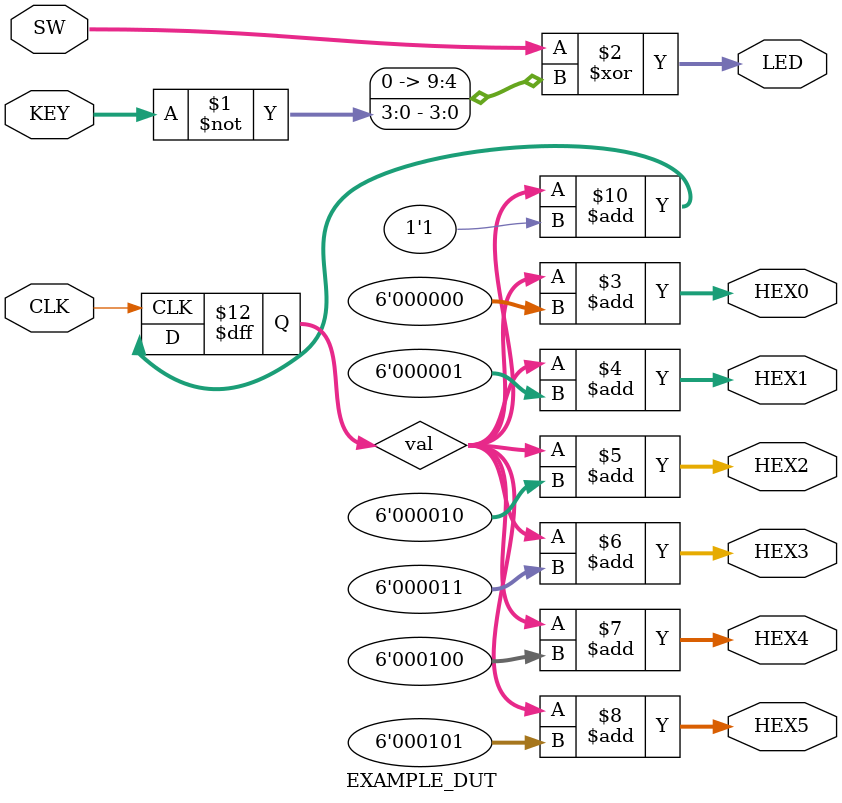
<source format=v>
module EXAMPLE_DUT(
    input  wire       CLK,
    input  wire [9:0] SW,

    input  wire [3:0] KEY,
    output wire [9:0] LED,
    output wire [6:0] HEX0,
    output wire [6:0] HEX1,
    output wire [6:0] HEX2,
    output wire [6:0] HEX3,
    output wire [6:0] HEX4,
    output wire [6:0] HEX5
);

assign LED = SW ^ {6'd0, {~KEY}};

reg [6:0] val = 0;

assign HEX0 = val + 6'd0;
assign HEX1 = val + 6'd1;
assign HEX2 = val + 6'd2;
assign HEX3 = val + 6'd3;
assign HEX4 = val + 6'd4;
assign HEX5 = val + 6'd5;

always @(posedge CLK) begin
    val <= val + 1'd1;
end


endmodule
</source>
